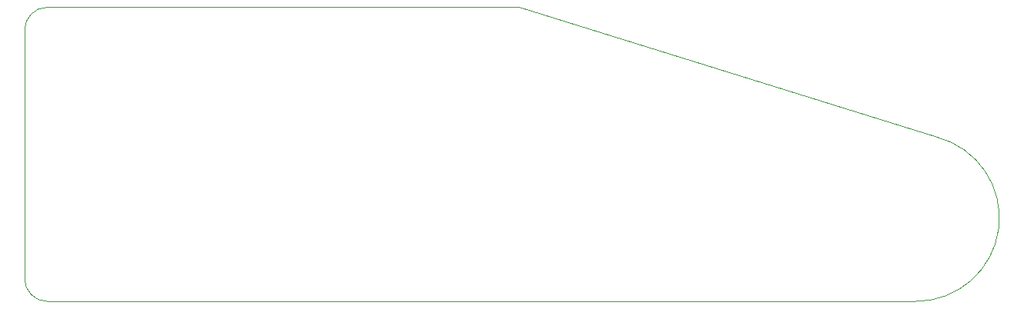
<source format=gbr>
%TF.GenerationSoftware,KiCad,Pcbnew,9.0.1+1*%
%TF.CreationDate,2025-05-26T16:30:20+08:00*%
%TF.ProjectId,audio_lab,61756469-6f5f-46c6-9162-2e6b69636164,rev?*%
%TF.SameCoordinates,Original*%
%TF.FileFunction,Profile,NP*%
%FSLAX46Y46*%
G04 Gerber Fmt 4.6, Leading zero omitted, Abs format (unit mm)*
G04 Created by KiCad (PCBNEW 9.0.1+1) date 2025-05-26 16:30:20*
%MOMM*%
%LPD*%
G01*
G04 APERTURE LIST*
%TA.AperFunction,Profile*%
%ADD10C,0.050000*%
%TD*%
G04 APERTURE END LIST*
D10*
X174810000Y-91300000D02*
G75*
G02*
X172500000Y-109394895I-2310000J-8900000D01*
G01*
X74500000Y-79500000D02*
G75*
G02*
X77000000Y-77000000I2500000J0D01*
G01*
X77000000Y-109400000D02*
G75*
G02*
X74500000Y-106900000I0J2500000D01*
G01*
X74500000Y-79500000D02*
X74500000Y-106900000D01*
X128900000Y-77000000D02*
X77000000Y-77000000D01*
X77000000Y-109400000D02*
X172500000Y-109400000D01*
X174810000Y-91300000D02*
X128900000Y-77000000D01*
M02*

</source>
